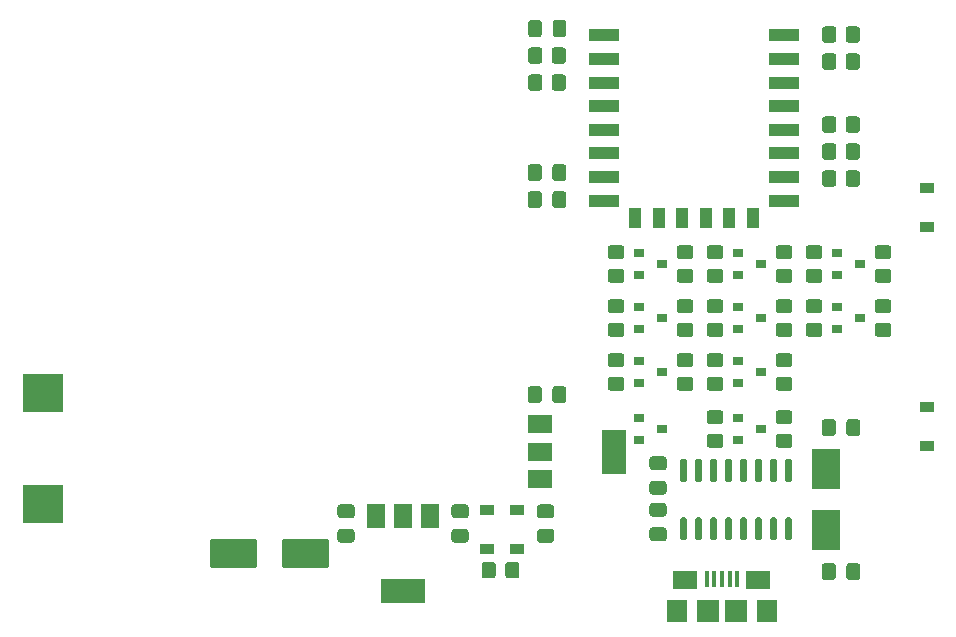
<source format=gbr>
%TF.GenerationSoftware,KiCad,Pcbnew,(5.1.9)-1*%
%TF.CreationDate,2021-09-27T19:56:37+03:00*%
%TF.ProjectId,ESP8266DevBoard,45535038-3236-4364-9465-76426f617264,1.1*%
%TF.SameCoordinates,Original*%
%TF.FileFunction,Paste,Top*%
%TF.FilePolarity,Positive*%
%FSLAX46Y46*%
G04 Gerber Fmt 4.6, Leading zero omitted, Abs format (unit mm)*
G04 Created by KiCad (PCBNEW (5.1.9)-1) date 2021-09-27 19:56:37*
%MOMM*%
%LPD*%
G01*
G04 APERTURE LIST*
%ADD10R,2.000000X1.500000*%
%ADD11R,2.000000X3.800000*%
%ADD12R,0.900000X0.800000*%
%ADD13R,2.400000X3.500000*%
%ADD14R,1.500000X2.000000*%
%ADD15R,3.800000X2.000000*%
%ADD16R,2.500000X1.000000*%
%ADD17R,1.000000X1.800000*%
%ADD18R,1.800000X1.900000*%
%ADD19R,1.900000X1.900000*%
%ADD20R,0.400000X1.350000*%
%ADD21R,2.100000X1.600000*%
%ADD22R,3.430000X3.250000*%
%ADD23R,1.200000X0.900000*%
G04 APERTURE END LIST*
D10*
%TO.C,U4*%
X156616000Y-82028000D03*
X156616000Y-86628000D03*
X156616000Y-84328000D03*
D11*
X162916000Y-84328000D03*
%TD*%
%TO.C,R26*%
G36*
G01*
X170999999Y-68853000D02*
X171900001Y-68853000D01*
G75*
G02*
X172150000Y-69102999I0J-249999D01*
G01*
X172150000Y-69803001D01*
G75*
G02*
X171900001Y-70053000I-249999J0D01*
G01*
X170999999Y-70053000D01*
G75*
G02*
X170750000Y-69803001I0J249999D01*
G01*
X170750000Y-69102999D01*
G75*
G02*
X170999999Y-68853000I249999J0D01*
G01*
G37*
G36*
G01*
X170999999Y-66853000D02*
X171900001Y-66853000D01*
G75*
G02*
X172150000Y-67102999I0J-249999D01*
G01*
X172150000Y-67803001D01*
G75*
G02*
X171900001Y-68053000I-249999J0D01*
G01*
X170999999Y-68053000D01*
G75*
G02*
X170750000Y-67803001I0J249999D01*
G01*
X170750000Y-67102999D01*
G75*
G02*
X170999999Y-66853000I249999J0D01*
G01*
G37*
%TD*%
%TO.C,R25*%
G36*
G01*
X177742001Y-68053000D02*
X176841999Y-68053000D01*
G75*
G02*
X176592000Y-67803001I0J249999D01*
G01*
X176592000Y-67102999D01*
G75*
G02*
X176841999Y-66853000I249999J0D01*
G01*
X177742001Y-66853000D01*
G75*
G02*
X177992000Y-67102999I0J-249999D01*
G01*
X177992000Y-67803001D01*
G75*
G02*
X177742001Y-68053000I-249999J0D01*
G01*
G37*
G36*
G01*
X177742001Y-70053000D02*
X176841999Y-70053000D01*
G75*
G02*
X176592000Y-69803001I0J249999D01*
G01*
X176592000Y-69102999D01*
G75*
G02*
X176841999Y-68853000I249999J0D01*
G01*
X177742001Y-68853000D01*
G75*
G02*
X177992000Y-69102999I0J-249999D01*
G01*
X177992000Y-69803001D01*
G75*
G02*
X177742001Y-70053000I-249999J0D01*
G01*
G37*
%TD*%
%TO.C,R24*%
G36*
G01*
X162617999Y-68853000D02*
X163518001Y-68853000D01*
G75*
G02*
X163768000Y-69102999I0J-249999D01*
G01*
X163768000Y-69803001D01*
G75*
G02*
X163518001Y-70053000I-249999J0D01*
G01*
X162617999Y-70053000D01*
G75*
G02*
X162368000Y-69803001I0J249999D01*
G01*
X162368000Y-69102999D01*
G75*
G02*
X162617999Y-68853000I249999J0D01*
G01*
G37*
G36*
G01*
X162617999Y-66853000D02*
X163518001Y-66853000D01*
G75*
G02*
X163768000Y-67102999I0J-249999D01*
G01*
X163768000Y-67803001D01*
G75*
G02*
X163518001Y-68053000I-249999J0D01*
G01*
X162617999Y-68053000D01*
G75*
G02*
X162368000Y-67803001I0J249999D01*
G01*
X162368000Y-67102999D01*
G75*
G02*
X162617999Y-66853000I249999J0D01*
G01*
G37*
%TD*%
%TO.C,R23*%
G36*
G01*
X169360001Y-68053000D02*
X168459999Y-68053000D01*
G75*
G02*
X168210000Y-67803001I0J249999D01*
G01*
X168210000Y-67102999D01*
G75*
G02*
X168459999Y-66853000I249999J0D01*
G01*
X169360001Y-66853000D01*
G75*
G02*
X169610000Y-67102999I0J-249999D01*
G01*
X169610000Y-67803001D01*
G75*
G02*
X169360001Y-68053000I-249999J0D01*
G01*
G37*
G36*
G01*
X169360001Y-70053000D02*
X168459999Y-70053000D01*
G75*
G02*
X168210000Y-69803001I0J249999D01*
G01*
X168210000Y-69102999D01*
G75*
G02*
X168459999Y-68853000I249999J0D01*
G01*
X169360001Y-68853000D01*
G75*
G02*
X169610000Y-69102999I0J-249999D01*
G01*
X169610000Y-69803001D01*
G75*
G02*
X169360001Y-70053000I-249999J0D01*
G01*
G37*
%TD*%
%TO.C,R22*%
G36*
G01*
X170999999Y-73425000D02*
X171900001Y-73425000D01*
G75*
G02*
X172150000Y-73674999I0J-249999D01*
G01*
X172150000Y-74375001D01*
G75*
G02*
X171900001Y-74625000I-249999J0D01*
G01*
X170999999Y-74625000D01*
G75*
G02*
X170750000Y-74375001I0J249999D01*
G01*
X170750000Y-73674999D01*
G75*
G02*
X170999999Y-73425000I249999J0D01*
G01*
G37*
G36*
G01*
X170999999Y-71425000D02*
X171900001Y-71425000D01*
G75*
G02*
X172150000Y-71674999I0J-249999D01*
G01*
X172150000Y-72375001D01*
G75*
G02*
X171900001Y-72625000I-249999J0D01*
G01*
X170999999Y-72625000D01*
G75*
G02*
X170750000Y-72375001I0J249999D01*
G01*
X170750000Y-71674999D01*
G75*
G02*
X170999999Y-71425000I249999J0D01*
G01*
G37*
%TD*%
%TO.C,R21*%
G36*
G01*
X176841999Y-73425000D02*
X177742001Y-73425000D01*
G75*
G02*
X177992000Y-73674999I0J-249999D01*
G01*
X177992000Y-74375001D01*
G75*
G02*
X177742001Y-74625000I-249999J0D01*
G01*
X176841999Y-74625000D01*
G75*
G02*
X176592000Y-74375001I0J249999D01*
G01*
X176592000Y-73674999D01*
G75*
G02*
X176841999Y-73425000I249999J0D01*
G01*
G37*
G36*
G01*
X176841999Y-71425000D02*
X177742001Y-71425000D01*
G75*
G02*
X177992000Y-71674999I0J-249999D01*
G01*
X177992000Y-72375001D01*
G75*
G02*
X177742001Y-72625000I-249999J0D01*
G01*
X176841999Y-72625000D01*
G75*
G02*
X176592000Y-72375001I0J249999D01*
G01*
X176592000Y-71674999D01*
G75*
G02*
X176841999Y-71425000I249999J0D01*
G01*
G37*
%TD*%
%TO.C,R20*%
G36*
G01*
X179381999Y-73425000D02*
X180282001Y-73425000D01*
G75*
G02*
X180532000Y-73674999I0J-249999D01*
G01*
X180532000Y-74375001D01*
G75*
G02*
X180282001Y-74625000I-249999J0D01*
G01*
X179381999Y-74625000D01*
G75*
G02*
X179132000Y-74375001I0J249999D01*
G01*
X179132000Y-73674999D01*
G75*
G02*
X179381999Y-73425000I249999J0D01*
G01*
G37*
G36*
G01*
X179381999Y-71425000D02*
X180282001Y-71425000D01*
G75*
G02*
X180532000Y-71674999I0J-249999D01*
G01*
X180532000Y-72375001D01*
G75*
G02*
X180282001Y-72625000I-249999J0D01*
G01*
X179381999Y-72625000D01*
G75*
G02*
X179132000Y-72375001I0J249999D01*
G01*
X179132000Y-71674999D01*
G75*
G02*
X179381999Y-71425000I249999J0D01*
G01*
G37*
%TD*%
%TO.C,R19*%
G36*
G01*
X185223999Y-73425000D02*
X186124001Y-73425000D01*
G75*
G02*
X186374000Y-73674999I0J-249999D01*
G01*
X186374000Y-74375001D01*
G75*
G02*
X186124001Y-74625000I-249999J0D01*
G01*
X185223999Y-74625000D01*
G75*
G02*
X184974000Y-74375001I0J249999D01*
G01*
X184974000Y-73674999D01*
G75*
G02*
X185223999Y-73425000I249999J0D01*
G01*
G37*
G36*
G01*
X185223999Y-71425000D02*
X186124001Y-71425000D01*
G75*
G02*
X186374000Y-71674999I0J-249999D01*
G01*
X186374000Y-72375001D01*
G75*
G02*
X186124001Y-72625000I-249999J0D01*
G01*
X185223999Y-72625000D01*
G75*
G02*
X184974000Y-72375001I0J249999D01*
G01*
X184974000Y-71674999D01*
G75*
G02*
X185223999Y-71425000I249999J0D01*
G01*
G37*
%TD*%
D12*
%TO.C,Q10*%
X175371000Y-68453000D03*
X173371000Y-69403000D03*
X173371000Y-67503000D03*
%TD*%
%TO.C,Q9*%
X166989000Y-68453000D03*
X164989000Y-69403000D03*
X164989000Y-67503000D03*
%TD*%
%TO.C,Q8*%
X175371000Y-73025000D03*
X173371000Y-73975000D03*
X173371000Y-72075000D03*
%TD*%
%TO.C,Q7*%
X183753000Y-73025000D03*
X181753000Y-73975000D03*
X181753000Y-72075000D03*
%TD*%
D13*
%TO.C,Y1*%
X180848000Y-90992000D03*
X180848000Y-85792000D03*
%TD*%
D14*
%TO.C,U3*%
X147334000Y-89814000D03*
X142734000Y-89814000D03*
X145034000Y-89814000D03*
D15*
X145034000Y-96114000D03*
%TD*%
%TO.C,U2*%
G36*
G01*
X168933000Y-86892000D02*
X168633000Y-86892000D01*
G75*
G02*
X168483000Y-86742000I0J150000D01*
G01*
X168483000Y-85092000D01*
G75*
G02*
X168633000Y-84942000I150000J0D01*
G01*
X168933000Y-84942000D01*
G75*
G02*
X169083000Y-85092000I0J-150000D01*
G01*
X169083000Y-86742000D01*
G75*
G02*
X168933000Y-86892000I-150000J0D01*
G01*
G37*
G36*
G01*
X170203000Y-86892000D02*
X169903000Y-86892000D01*
G75*
G02*
X169753000Y-86742000I0J150000D01*
G01*
X169753000Y-85092000D01*
G75*
G02*
X169903000Y-84942000I150000J0D01*
G01*
X170203000Y-84942000D01*
G75*
G02*
X170353000Y-85092000I0J-150000D01*
G01*
X170353000Y-86742000D01*
G75*
G02*
X170203000Y-86892000I-150000J0D01*
G01*
G37*
G36*
G01*
X171473000Y-86892000D02*
X171173000Y-86892000D01*
G75*
G02*
X171023000Y-86742000I0J150000D01*
G01*
X171023000Y-85092000D01*
G75*
G02*
X171173000Y-84942000I150000J0D01*
G01*
X171473000Y-84942000D01*
G75*
G02*
X171623000Y-85092000I0J-150000D01*
G01*
X171623000Y-86742000D01*
G75*
G02*
X171473000Y-86892000I-150000J0D01*
G01*
G37*
G36*
G01*
X172743000Y-86892000D02*
X172443000Y-86892000D01*
G75*
G02*
X172293000Y-86742000I0J150000D01*
G01*
X172293000Y-85092000D01*
G75*
G02*
X172443000Y-84942000I150000J0D01*
G01*
X172743000Y-84942000D01*
G75*
G02*
X172893000Y-85092000I0J-150000D01*
G01*
X172893000Y-86742000D01*
G75*
G02*
X172743000Y-86892000I-150000J0D01*
G01*
G37*
G36*
G01*
X174013000Y-86892000D02*
X173713000Y-86892000D01*
G75*
G02*
X173563000Y-86742000I0J150000D01*
G01*
X173563000Y-85092000D01*
G75*
G02*
X173713000Y-84942000I150000J0D01*
G01*
X174013000Y-84942000D01*
G75*
G02*
X174163000Y-85092000I0J-150000D01*
G01*
X174163000Y-86742000D01*
G75*
G02*
X174013000Y-86892000I-150000J0D01*
G01*
G37*
G36*
G01*
X175283000Y-86892000D02*
X174983000Y-86892000D01*
G75*
G02*
X174833000Y-86742000I0J150000D01*
G01*
X174833000Y-85092000D01*
G75*
G02*
X174983000Y-84942000I150000J0D01*
G01*
X175283000Y-84942000D01*
G75*
G02*
X175433000Y-85092000I0J-150000D01*
G01*
X175433000Y-86742000D01*
G75*
G02*
X175283000Y-86892000I-150000J0D01*
G01*
G37*
G36*
G01*
X176553000Y-86892000D02*
X176253000Y-86892000D01*
G75*
G02*
X176103000Y-86742000I0J150000D01*
G01*
X176103000Y-85092000D01*
G75*
G02*
X176253000Y-84942000I150000J0D01*
G01*
X176553000Y-84942000D01*
G75*
G02*
X176703000Y-85092000I0J-150000D01*
G01*
X176703000Y-86742000D01*
G75*
G02*
X176553000Y-86892000I-150000J0D01*
G01*
G37*
G36*
G01*
X177823000Y-86892000D02*
X177523000Y-86892000D01*
G75*
G02*
X177373000Y-86742000I0J150000D01*
G01*
X177373000Y-85092000D01*
G75*
G02*
X177523000Y-84942000I150000J0D01*
G01*
X177823000Y-84942000D01*
G75*
G02*
X177973000Y-85092000I0J-150000D01*
G01*
X177973000Y-86742000D01*
G75*
G02*
X177823000Y-86892000I-150000J0D01*
G01*
G37*
G36*
G01*
X177823000Y-91842000D02*
X177523000Y-91842000D01*
G75*
G02*
X177373000Y-91692000I0J150000D01*
G01*
X177373000Y-90042000D01*
G75*
G02*
X177523000Y-89892000I150000J0D01*
G01*
X177823000Y-89892000D01*
G75*
G02*
X177973000Y-90042000I0J-150000D01*
G01*
X177973000Y-91692000D01*
G75*
G02*
X177823000Y-91842000I-150000J0D01*
G01*
G37*
G36*
G01*
X176553000Y-91842000D02*
X176253000Y-91842000D01*
G75*
G02*
X176103000Y-91692000I0J150000D01*
G01*
X176103000Y-90042000D01*
G75*
G02*
X176253000Y-89892000I150000J0D01*
G01*
X176553000Y-89892000D01*
G75*
G02*
X176703000Y-90042000I0J-150000D01*
G01*
X176703000Y-91692000D01*
G75*
G02*
X176553000Y-91842000I-150000J0D01*
G01*
G37*
G36*
G01*
X175283000Y-91842000D02*
X174983000Y-91842000D01*
G75*
G02*
X174833000Y-91692000I0J150000D01*
G01*
X174833000Y-90042000D01*
G75*
G02*
X174983000Y-89892000I150000J0D01*
G01*
X175283000Y-89892000D01*
G75*
G02*
X175433000Y-90042000I0J-150000D01*
G01*
X175433000Y-91692000D01*
G75*
G02*
X175283000Y-91842000I-150000J0D01*
G01*
G37*
G36*
G01*
X174013000Y-91842000D02*
X173713000Y-91842000D01*
G75*
G02*
X173563000Y-91692000I0J150000D01*
G01*
X173563000Y-90042000D01*
G75*
G02*
X173713000Y-89892000I150000J0D01*
G01*
X174013000Y-89892000D01*
G75*
G02*
X174163000Y-90042000I0J-150000D01*
G01*
X174163000Y-91692000D01*
G75*
G02*
X174013000Y-91842000I-150000J0D01*
G01*
G37*
G36*
G01*
X172743000Y-91842000D02*
X172443000Y-91842000D01*
G75*
G02*
X172293000Y-91692000I0J150000D01*
G01*
X172293000Y-90042000D01*
G75*
G02*
X172443000Y-89892000I150000J0D01*
G01*
X172743000Y-89892000D01*
G75*
G02*
X172893000Y-90042000I0J-150000D01*
G01*
X172893000Y-91692000D01*
G75*
G02*
X172743000Y-91842000I-150000J0D01*
G01*
G37*
G36*
G01*
X171473000Y-91842000D02*
X171173000Y-91842000D01*
G75*
G02*
X171023000Y-91692000I0J150000D01*
G01*
X171023000Y-90042000D01*
G75*
G02*
X171173000Y-89892000I150000J0D01*
G01*
X171473000Y-89892000D01*
G75*
G02*
X171623000Y-90042000I0J-150000D01*
G01*
X171623000Y-91692000D01*
G75*
G02*
X171473000Y-91842000I-150000J0D01*
G01*
G37*
G36*
G01*
X170203000Y-91842000D02*
X169903000Y-91842000D01*
G75*
G02*
X169753000Y-91692000I0J150000D01*
G01*
X169753000Y-90042000D01*
G75*
G02*
X169903000Y-89892000I150000J0D01*
G01*
X170203000Y-89892000D01*
G75*
G02*
X170353000Y-90042000I0J-150000D01*
G01*
X170353000Y-91692000D01*
G75*
G02*
X170203000Y-91842000I-150000J0D01*
G01*
G37*
G36*
G01*
X168933000Y-91842000D02*
X168633000Y-91842000D01*
G75*
G02*
X168483000Y-91692000I0J150000D01*
G01*
X168483000Y-90042000D01*
G75*
G02*
X168633000Y-89892000I150000J0D01*
G01*
X168933000Y-89892000D01*
G75*
G02*
X169083000Y-90042000I0J-150000D01*
G01*
X169083000Y-91692000D01*
G75*
G02*
X168933000Y-91842000I-150000J0D01*
G01*
G37*
%TD*%
D16*
%TO.C,U1*%
X177272000Y-49078000D03*
X177272000Y-51078000D03*
X177272000Y-53078000D03*
X177272000Y-55078000D03*
X177272000Y-57078000D03*
X177272000Y-59078000D03*
X177272000Y-61078000D03*
X177272000Y-63078000D03*
D17*
X174672000Y-64578000D03*
X172672000Y-64578000D03*
X170672000Y-64578000D03*
X168672000Y-64578000D03*
X166672000Y-64578000D03*
X164672000Y-64578000D03*
D16*
X162072000Y-63078000D03*
X162072000Y-61078000D03*
X162072000Y-59078000D03*
X162072000Y-57078000D03*
X162072000Y-55078000D03*
X162072000Y-53078000D03*
X162072000Y-51078000D03*
X162072000Y-49078000D03*
%TD*%
%TO.C,R18*%
G36*
G01*
X179381999Y-68853000D02*
X180282001Y-68853000D01*
G75*
G02*
X180532000Y-69102999I0J-249999D01*
G01*
X180532000Y-69803001D01*
G75*
G02*
X180282001Y-70053000I-249999J0D01*
G01*
X179381999Y-70053000D01*
G75*
G02*
X179132000Y-69803001I0J249999D01*
G01*
X179132000Y-69102999D01*
G75*
G02*
X179381999Y-68853000I249999J0D01*
G01*
G37*
G36*
G01*
X179381999Y-66853000D02*
X180282001Y-66853000D01*
G75*
G02*
X180532000Y-67102999I0J-249999D01*
G01*
X180532000Y-67803001D01*
G75*
G02*
X180282001Y-68053000I-249999J0D01*
G01*
X179381999Y-68053000D01*
G75*
G02*
X179132000Y-67803001I0J249999D01*
G01*
X179132000Y-67102999D01*
G75*
G02*
X179381999Y-66853000I249999J0D01*
G01*
G37*
%TD*%
%TO.C,R17*%
G36*
G01*
X186124001Y-68053000D02*
X185223999Y-68053000D01*
G75*
G02*
X184974000Y-67803001I0J249999D01*
G01*
X184974000Y-67102999D01*
G75*
G02*
X185223999Y-66853000I249999J0D01*
G01*
X186124001Y-66853000D01*
G75*
G02*
X186374000Y-67102999I0J-249999D01*
G01*
X186374000Y-67803001D01*
G75*
G02*
X186124001Y-68053000I-249999J0D01*
G01*
G37*
G36*
G01*
X186124001Y-70053000D02*
X185223999Y-70053000D01*
G75*
G02*
X184974000Y-69803001I0J249999D01*
G01*
X184974000Y-69102999D01*
G75*
G02*
X185223999Y-68853000I249999J0D01*
G01*
X186124001Y-68853000D01*
G75*
G02*
X186374000Y-69102999I0J-249999D01*
G01*
X186374000Y-69803001D01*
G75*
G02*
X186124001Y-70053000I-249999J0D01*
G01*
G37*
%TD*%
%TO.C,R16*%
G36*
G01*
X162617999Y-73425000D02*
X163518001Y-73425000D01*
G75*
G02*
X163768000Y-73674999I0J-249999D01*
G01*
X163768000Y-74375001D01*
G75*
G02*
X163518001Y-74625000I-249999J0D01*
G01*
X162617999Y-74625000D01*
G75*
G02*
X162368000Y-74375001I0J249999D01*
G01*
X162368000Y-73674999D01*
G75*
G02*
X162617999Y-73425000I249999J0D01*
G01*
G37*
G36*
G01*
X162617999Y-71425000D02*
X163518001Y-71425000D01*
G75*
G02*
X163768000Y-71674999I0J-249999D01*
G01*
X163768000Y-72375001D01*
G75*
G02*
X163518001Y-72625000I-249999J0D01*
G01*
X162617999Y-72625000D01*
G75*
G02*
X162368000Y-72375001I0J249999D01*
G01*
X162368000Y-71674999D01*
G75*
G02*
X162617999Y-71425000I249999J0D01*
G01*
G37*
%TD*%
%TO.C,R15*%
G36*
G01*
X168459999Y-73425000D02*
X169360001Y-73425000D01*
G75*
G02*
X169610000Y-73674999I0J-249999D01*
G01*
X169610000Y-74375001D01*
G75*
G02*
X169360001Y-74625000I-249999J0D01*
G01*
X168459999Y-74625000D01*
G75*
G02*
X168210000Y-74375001I0J249999D01*
G01*
X168210000Y-73674999D01*
G75*
G02*
X168459999Y-73425000I249999J0D01*
G01*
G37*
G36*
G01*
X168459999Y-71425000D02*
X169360001Y-71425000D01*
G75*
G02*
X169610000Y-71674999I0J-249999D01*
G01*
X169610000Y-72375001D01*
G75*
G02*
X169360001Y-72625000I-249999J0D01*
G01*
X168459999Y-72625000D01*
G75*
G02*
X168210000Y-72375001I0J249999D01*
G01*
X168210000Y-71674999D01*
G75*
G02*
X168459999Y-71425000I249999J0D01*
G01*
G37*
%TD*%
%TO.C,R14*%
G36*
G01*
X153689000Y-94811001D02*
X153689000Y-93910999D01*
G75*
G02*
X153938999Y-93661000I249999J0D01*
G01*
X154639001Y-93661000D01*
G75*
G02*
X154889000Y-93910999I0J-249999D01*
G01*
X154889000Y-94811001D01*
G75*
G02*
X154639001Y-95061000I-249999J0D01*
G01*
X153938999Y-95061000D01*
G75*
G02*
X153689000Y-94811001I0J249999D01*
G01*
G37*
G36*
G01*
X151689000Y-94811001D02*
X151689000Y-93910999D01*
G75*
G02*
X151938999Y-93661000I249999J0D01*
G01*
X152639001Y-93661000D01*
G75*
G02*
X152889000Y-93910999I0J-249999D01*
G01*
X152889000Y-94811001D01*
G75*
G02*
X152639001Y-95061000I-249999J0D01*
G01*
X151938999Y-95061000D01*
G75*
G02*
X151689000Y-94811001I0J249999D01*
G01*
G37*
%TD*%
%TO.C,R13*%
G36*
G01*
X170999999Y-77997000D02*
X171900001Y-77997000D01*
G75*
G02*
X172150000Y-78246999I0J-249999D01*
G01*
X172150000Y-78947001D01*
G75*
G02*
X171900001Y-79197000I-249999J0D01*
G01*
X170999999Y-79197000D01*
G75*
G02*
X170750000Y-78947001I0J249999D01*
G01*
X170750000Y-78246999D01*
G75*
G02*
X170999999Y-77997000I249999J0D01*
G01*
G37*
G36*
G01*
X170999999Y-75997000D02*
X171900001Y-75997000D01*
G75*
G02*
X172150000Y-76246999I0J-249999D01*
G01*
X172150000Y-76947001D01*
G75*
G02*
X171900001Y-77197000I-249999J0D01*
G01*
X170999999Y-77197000D01*
G75*
G02*
X170750000Y-76947001I0J249999D01*
G01*
X170750000Y-76246999D01*
G75*
G02*
X170999999Y-75997000I249999J0D01*
G01*
G37*
%TD*%
%TO.C,R12*%
G36*
G01*
X176841999Y-77997000D02*
X177742001Y-77997000D01*
G75*
G02*
X177992000Y-78246999I0J-249999D01*
G01*
X177992000Y-78947001D01*
G75*
G02*
X177742001Y-79197000I-249999J0D01*
G01*
X176841999Y-79197000D01*
G75*
G02*
X176592000Y-78947001I0J249999D01*
G01*
X176592000Y-78246999D01*
G75*
G02*
X176841999Y-77997000I249999J0D01*
G01*
G37*
G36*
G01*
X176841999Y-75997000D02*
X177742001Y-75997000D01*
G75*
G02*
X177992000Y-76246999I0J-249999D01*
G01*
X177992000Y-76947001D01*
G75*
G02*
X177742001Y-77197000I-249999J0D01*
G01*
X176841999Y-77197000D01*
G75*
G02*
X176592000Y-76947001I0J249999D01*
G01*
X176592000Y-76246999D01*
G75*
G02*
X176841999Y-75997000I249999J0D01*
G01*
G37*
%TD*%
%TO.C,R11*%
G36*
G01*
X162617999Y-77997000D02*
X163518001Y-77997000D01*
G75*
G02*
X163768000Y-78246999I0J-249999D01*
G01*
X163768000Y-78947001D01*
G75*
G02*
X163518001Y-79197000I-249999J0D01*
G01*
X162617999Y-79197000D01*
G75*
G02*
X162368000Y-78947001I0J249999D01*
G01*
X162368000Y-78246999D01*
G75*
G02*
X162617999Y-77997000I249999J0D01*
G01*
G37*
G36*
G01*
X162617999Y-75997000D02*
X163518001Y-75997000D01*
G75*
G02*
X163768000Y-76246999I0J-249999D01*
G01*
X163768000Y-76947001D01*
G75*
G02*
X163518001Y-77197000I-249999J0D01*
G01*
X162617999Y-77197000D01*
G75*
G02*
X162368000Y-76947001I0J249999D01*
G01*
X162368000Y-76246999D01*
G75*
G02*
X162617999Y-75997000I249999J0D01*
G01*
G37*
%TD*%
%TO.C,R10*%
G36*
G01*
X168459999Y-77997000D02*
X169360001Y-77997000D01*
G75*
G02*
X169610000Y-78246999I0J-249999D01*
G01*
X169610000Y-78947001D01*
G75*
G02*
X169360001Y-79197000I-249999J0D01*
G01*
X168459999Y-79197000D01*
G75*
G02*
X168210000Y-78947001I0J249999D01*
G01*
X168210000Y-78246999D01*
G75*
G02*
X168459999Y-77997000I249999J0D01*
G01*
G37*
G36*
G01*
X168459999Y-75997000D02*
X169360001Y-75997000D01*
G75*
G02*
X169610000Y-76246999I0J-249999D01*
G01*
X169610000Y-76947001D01*
G75*
G02*
X169360001Y-77197000I-249999J0D01*
G01*
X168459999Y-77197000D01*
G75*
G02*
X168210000Y-76947001I0J249999D01*
G01*
X168210000Y-76246999D01*
G75*
G02*
X168459999Y-75997000I249999J0D01*
G01*
G37*
%TD*%
%TO.C,R9*%
G36*
G01*
X181718000Y-48571999D02*
X181718000Y-49472001D01*
G75*
G02*
X181468001Y-49722000I-249999J0D01*
G01*
X180767999Y-49722000D01*
G75*
G02*
X180518000Y-49472001I0J249999D01*
G01*
X180518000Y-48571999D01*
G75*
G02*
X180767999Y-48322000I249999J0D01*
G01*
X181468001Y-48322000D01*
G75*
G02*
X181718000Y-48571999I0J-249999D01*
G01*
G37*
G36*
G01*
X183718000Y-48571999D02*
X183718000Y-49472001D01*
G75*
G02*
X183468001Y-49722000I-249999J0D01*
G01*
X182767999Y-49722000D01*
G75*
G02*
X182518000Y-49472001I0J249999D01*
G01*
X182518000Y-48571999D01*
G75*
G02*
X182767999Y-48322000I249999J0D01*
G01*
X183468001Y-48322000D01*
G75*
G02*
X183718000Y-48571999I0J-249999D01*
G01*
G37*
%TD*%
%TO.C,R8*%
G36*
G01*
X181718000Y-50857999D02*
X181718000Y-51758001D01*
G75*
G02*
X181468001Y-52008000I-249999J0D01*
G01*
X180767999Y-52008000D01*
G75*
G02*
X180518000Y-51758001I0J249999D01*
G01*
X180518000Y-50857999D01*
G75*
G02*
X180767999Y-50608000I249999J0D01*
G01*
X181468001Y-50608000D01*
G75*
G02*
X181718000Y-50857999I0J-249999D01*
G01*
G37*
G36*
G01*
X183718000Y-50857999D02*
X183718000Y-51758001D01*
G75*
G02*
X183468001Y-52008000I-249999J0D01*
G01*
X182767999Y-52008000D01*
G75*
G02*
X182518000Y-51758001I0J249999D01*
G01*
X182518000Y-50857999D01*
G75*
G02*
X182767999Y-50608000I249999J0D01*
G01*
X183468001Y-50608000D01*
G75*
G02*
X183718000Y-50857999I0J-249999D01*
G01*
G37*
%TD*%
%TO.C,R7*%
G36*
G01*
X181718000Y-60763999D02*
X181718000Y-61664001D01*
G75*
G02*
X181468001Y-61914000I-249999J0D01*
G01*
X180767999Y-61914000D01*
G75*
G02*
X180518000Y-61664001I0J249999D01*
G01*
X180518000Y-60763999D01*
G75*
G02*
X180767999Y-60514000I249999J0D01*
G01*
X181468001Y-60514000D01*
G75*
G02*
X181718000Y-60763999I0J-249999D01*
G01*
G37*
G36*
G01*
X183718000Y-60763999D02*
X183718000Y-61664001D01*
G75*
G02*
X183468001Y-61914000I-249999J0D01*
G01*
X182767999Y-61914000D01*
G75*
G02*
X182518000Y-61664001I0J249999D01*
G01*
X182518000Y-60763999D01*
G75*
G02*
X182767999Y-60514000I249999J0D01*
G01*
X183468001Y-60514000D01*
G75*
G02*
X183718000Y-60763999I0J-249999D01*
G01*
G37*
%TD*%
%TO.C,R6*%
G36*
G01*
X171900001Y-82023000D02*
X170999999Y-82023000D01*
G75*
G02*
X170750000Y-81773001I0J249999D01*
G01*
X170750000Y-81072999D01*
G75*
G02*
X170999999Y-80823000I249999J0D01*
G01*
X171900001Y-80823000D01*
G75*
G02*
X172150000Y-81072999I0J-249999D01*
G01*
X172150000Y-81773001D01*
G75*
G02*
X171900001Y-82023000I-249999J0D01*
G01*
G37*
G36*
G01*
X171900001Y-84023000D02*
X170999999Y-84023000D01*
G75*
G02*
X170750000Y-83773001I0J249999D01*
G01*
X170750000Y-83072999D01*
G75*
G02*
X170999999Y-82823000I249999J0D01*
G01*
X171900001Y-82823000D01*
G75*
G02*
X172150000Y-83072999I0J-249999D01*
G01*
X172150000Y-83773001D01*
G75*
G02*
X171900001Y-84023000I-249999J0D01*
G01*
G37*
%TD*%
%TO.C,R5*%
G36*
G01*
X181718000Y-58477999D02*
X181718000Y-59378001D01*
G75*
G02*
X181468001Y-59628000I-249999J0D01*
G01*
X180767999Y-59628000D01*
G75*
G02*
X180518000Y-59378001I0J249999D01*
G01*
X180518000Y-58477999D01*
G75*
G02*
X180767999Y-58228000I249999J0D01*
G01*
X181468001Y-58228000D01*
G75*
G02*
X181718000Y-58477999I0J-249999D01*
G01*
G37*
G36*
G01*
X183718000Y-58477999D02*
X183718000Y-59378001D01*
G75*
G02*
X183468001Y-59628000I-249999J0D01*
G01*
X182767999Y-59628000D01*
G75*
G02*
X182518000Y-59378001I0J249999D01*
G01*
X182518000Y-58477999D01*
G75*
G02*
X182767999Y-58228000I249999J0D01*
G01*
X183468001Y-58228000D01*
G75*
G02*
X183718000Y-58477999I0J-249999D01*
G01*
G37*
%TD*%
%TO.C,R4*%
G36*
G01*
X181718000Y-56191999D02*
X181718000Y-57092001D01*
G75*
G02*
X181468001Y-57342000I-249999J0D01*
G01*
X180767999Y-57342000D01*
G75*
G02*
X180518000Y-57092001I0J249999D01*
G01*
X180518000Y-56191999D01*
G75*
G02*
X180767999Y-55942000I249999J0D01*
G01*
X181468001Y-55942000D01*
G75*
G02*
X181718000Y-56191999I0J-249999D01*
G01*
G37*
G36*
G01*
X183718000Y-56191999D02*
X183718000Y-57092001D01*
G75*
G02*
X183468001Y-57342000I-249999J0D01*
G01*
X182767999Y-57342000D01*
G75*
G02*
X182518000Y-57092001I0J249999D01*
G01*
X182518000Y-56191999D01*
G75*
G02*
X182767999Y-55942000I249999J0D01*
G01*
X183468001Y-55942000D01*
G75*
G02*
X183718000Y-56191999I0J-249999D01*
G01*
G37*
%TD*%
%TO.C,R3*%
G36*
G01*
X157626000Y-51250001D02*
X157626000Y-50349999D01*
G75*
G02*
X157875999Y-50100000I249999J0D01*
G01*
X158576001Y-50100000D01*
G75*
G02*
X158826000Y-50349999I0J-249999D01*
G01*
X158826000Y-51250001D01*
G75*
G02*
X158576001Y-51500000I-249999J0D01*
G01*
X157875999Y-51500000D01*
G75*
G02*
X157626000Y-51250001I0J249999D01*
G01*
G37*
G36*
G01*
X155626000Y-51250001D02*
X155626000Y-50349999D01*
G75*
G02*
X155875999Y-50100000I249999J0D01*
G01*
X156576001Y-50100000D01*
G75*
G02*
X156826000Y-50349999I0J-249999D01*
G01*
X156826000Y-51250001D01*
G75*
G02*
X156576001Y-51500000I-249999J0D01*
G01*
X155875999Y-51500000D01*
G75*
G02*
X155626000Y-51250001I0J249999D01*
G01*
G37*
%TD*%
%TO.C,R2*%
G36*
G01*
X177742001Y-82023000D02*
X176841999Y-82023000D01*
G75*
G02*
X176592000Y-81773001I0J249999D01*
G01*
X176592000Y-81072999D01*
G75*
G02*
X176841999Y-80823000I249999J0D01*
G01*
X177742001Y-80823000D01*
G75*
G02*
X177992000Y-81072999I0J-249999D01*
G01*
X177992000Y-81773001D01*
G75*
G02*
X177742001Y-82023000I-249999J0D01*
G01*
G37*
G36*
G01*
X177742001Y-84023000D02*
X176841999Y-84023000D01*
G75*
G02*
X176592000Y-83773001I0J249999D01*
G01*
X176592000Y-83072999D01*
G75*
G02*
X176841999Y-82823000I249999J0D01*
G01*
X177742001Y-82823000D01*
G75*
G02*
X177992000Y-83072999I0J-249999D01*
G01*
X177992000Y-83773001D01*
G75*
G02*
X177742001Y-84023000I-249999J0D01*
G01*
G37*
%TD*%
%TO.C,R1*%
G36*
G01*
X157626000Y-53536001D02*
X157626000Y-52635999D01*
G75*
G02*
X157875999Y-52386000I249999J0D01*
G01*
X158576001Y-52386000D01*
G75*
G02*
X158826000Y-52635999I0J-249999D01*
G01*
X158826000Y-53536001D01*
G75*
G02*
X158576001Y-53786000I-249999J0D01*
G01*
X157875999Y-53786000D01*
G75*
G02*
X157626000Y-53536001I0J249999D01*
G01*
G37*
G36*
G01*
X155626000Y-53536001D02*
X155626000Y-52635999D01*
G75*
G02*
X155875999Y-52386000I249999J0D01*
G01*
X156576001Y-52386000D01*
G75*
G02*
X156826000Y-52635999I0J-249999D01*
G01*
X156826000Y-53536001D01*
G75*
G02*
X156576001Y-53786000I-249999J0D01*
G01*
X155875999Y-53786000D01*
G75*
G02*
X155626000Y-53536001I0J249999D01*
G01*
G37*
%TD*%
D12*
%TO.C,Q6*%
X183753000Y-68453000D03*
X181753000Y-69403000D03*
X181753000Y-67503000D03*
%TD*%
%TO.C,Q5*%
X166989000Y-73025000D03*
X164989000Y-73975000D03*
X164989000Y-72075000D03*
%TD*%
%TO.C,Q4*%
X175371000Y-77597000D03*
X173371000Y-78547000D03*
X173371000Y-76647000D03*
%TD*%
%TO.C,Q3*%
X166989000Y-77597000D03*
X164989000Y-78547000D03*
X164989000Y-76647000D03*
%TD*%
%TO.C,Q2*%
X175371000Y-82423000D03*
X173371000Y-83373000D03*
X173371000Y-81473000D03*
%TD*%
%TO.C,Q1*%
X166989000Y-82423000D03*
X164989000Y-83373000D03*
X164989000Y-81473000D03*
%TD*%
D18*
%TO.C,J1*%
X168228000Y-97790000D03*
X175828000Y-97790000D03*
D19*
X170828000Y-97790000D03*
X173228000Y-97790000D03*
D20*
X170728000Y-95115000D03*
X171378000Y-95115000D03*
X172028000Y-95115000D03*
X172678000Y-95115000D03*
X173328000Y-95115000D03*
D21*
X168928000Y-95240000D03*
X175128000Y-95240000D03*
%TD*%
D22*
%TO.C,F1*%
X114554000Y-88749000D03*
X114554000Y-79399000D03*
%TD*%
D23*
%TO.C,D5*%
X152146000Y-92582000D03*
X152146000Y-89282000D03*
%TD*%
%TO.C,D4*%
X189357000Y-61977000D03*
X189357000Y-65277000D03*
%TD*%
%TO.C,D2*%
X189357000Y-80519000D03*
X189357000Y-83819000D03*
%TD*%
%TO.C,D1*%
X154686000Y-92582000D03*
X154686000Y-89282000D03*
%TD*%
%TO.C,C13*%
G36*
G01*
X156776000Y-79027000D02*
X156776000Y-79977000D01*
G75*
G02*
X156526000Y-80227000I-250000J0D01*
G01*
X155851000Y-80227000D01*
G75*
G02*
X155601000Y-79977000I0J250000D01*
G01*
X155601000Y-79027000D01*
G75*
G02*
X155851000Y-78777000I250000J0D01*
G01*
X156526000Y-78777000D01*
G75*
G02*
X156776000Y-79027000I0J-250000D01*
G01*
G37*
G36*
G01*
X158851000Y-79027000D02*
X158851000Y-79977000D01*
G75*
G02*
X158601000Y-80227000I-250000J0D01*
G01*
X157926000Y-80227000D01*
G75*
G02*
X157676000Y-79977000I0J250000D01*
G01*
X157676000Y-79027000D01*
G75*
G02*
X157926000Y-78777000I250000J0D01*
G01*
X158601000Y-78777000D01*
G75*
G02*
X158851000Y-79027000I0J-250000D01*
G01*
G37*
%TD*%
%TO.C,C12*%
G36*
G01*
X156624000Y-90874000D02*
X157574000Y-90874000D01*
G75*
G02*
X157824000Y-91124000I0J-250000D01*
G01*
X157824000Y-91799000D01*
G75*
G02*
X157574000Y-92049000I-250000J0D01*
G01*
X156624000Y-92049000D01*
G75*
G02*
X156374000Y-91799000I0J250000D01*
G01*
X156374000Y-91124000D01*
G75*
G02*
X156624000Y-90874000I250000J0D01*
G01*
G37*
G36*
G01*
X156624000Y-88799000D02*
X157574000Y-88799000D01*
G75*
G02*
X157824000Y-89049000I0J-250000D01*
G01*
X157824000Y-89724000D01*
G75*
G02*
X157574000Y-89974000I-250000J0D01*
G01*
X156624000Y-89974000D01*
G75*
G02*
X156374000Y-89724000I0J250000D01*
G01*
X156374000Y-89049000D01*
G75*
G02*
X156624000Y-88799000I250000J0D01*
G01*
G37*
%TD*%
%TO.C,C11*%
G36*
G01*
X150335000Y-89974000D02*
X149385000Y-89974000D01*
G75*
G02*
X149135000Y-89724000I0J250000D01*
G01*
X149135000Y-89049000D01*
G75*
G02*
X149385000Y-88799000I250000J0D01*
G01*
X150335000Y-88799000D01*
G75*
G02*
X150585000Y-89049000I0J-250000D01*
G01*
X150585000Y-89724000D01*
G75*
G02*
X150335000Y-89974000I-250000J0D01*
G01*
G37*
G36*
G01*
X150335000Y-92049000D02*
X149385000Y-92049000D01*
G75*
G02*
X149135000Y-91799000I0J250000D01*
G01*
X149135000Y-91124000D01*
G75*
G02*
X149385000Y-90874000I250000J0D01*
G01*
X150335000Y-90874000D01*
G75*
G02*
X150585000Y-91124000I0J-250000D01*
G01*
X150585000Y-91799000D01*
G75*
G02*
X150335000Y-92049000I-250000J0D01*
G01*
G37*
%TD*%
%TO.C,C10*%
G36*
G01*
X139733000Y-90874000D02*
X140683000Y-90874000D01*
G75*
G02*
X140933000Y-91124000I0J-250000D01*
G01*
X140933000Y-91799000D01*
G75*
G02*
X140683000Y-92049000I-250000J0D01*
G01*
X139733000Y-92049000D01*
G75*
G02*
X139483000Y-91799000I0J250000D01*
G01*
X139483000Y-91124000D01*
G75*
G02*
X139733000Y-90874000I250000J0D01*
G01*
G37*
G36*
G01*
X139733000Y-88799000D02*
X140683000Y-88799000D01*
G75*
G02*
X140933000Y-89049000I0J-250000D01*
G01*
X140933000Y-89724000D01*
G75*
G02*
X140683000Y-89974000I-250000J0D01*
G01*
X139733000Y-89974000D01*
G75*
G02*
X139483000Y-89724000I0J250000D01*
G01*
X139483000Y-89049000D01*
G75*
G02*
X139733000Y-88799000I250000J0D01*
G01*
G37*
%TD*%
%TO.C,C9*%
G36*
G01*
X132681000Y-91964000D02*
X132681000Y-93964000D01*
G75*
G02*
X132431000Y-94214000I-250000J0D01*
G01*
X128931000Y-94214000D01*
G75*
G02*
X128681000Y-93964000I0J250000D01*
G01*
X128681000Y-91964000D01*
G75*
G02*
X128931000Y-91714000I250000J0D01*
G01*
X132431000Y-91714000D01*
G75*
G02*
X132681000Y-91964000I0J-250000D01*
G01*
G37*
G36*
G01*
X138781000Y-91964000D02*
X138781000Y-93964000D01*
G75*
G02*
X138531000Y-94214000I-250000J0D01*
G01*
X135031000Y-94214000D01*
G75*
G02*
X134781000Y-93964000I0J250000D01*
G01*
X134781000Y-91964000D01*
G75*
G02*
X135031000Y-91714000I250000J0D01*
G01*
X138531000Y-91714000D01*
G75*
G02*
X138781000Y-91964000I0J-250000D01*
G01*
G37*
%TD*%
%TO.C,C7*%
G36*
G01*
X182568000Y-94963000D02*
X182568000Y-94013000D01*
G75*
G02*
X182818000Y-93763000I250000J0D01*
G01*
X183493000Y-93763000D01*
G75*
G02*
X183743000Y-94013000I0J-250000D01*
G01*
X183743000Y-94963000D01*
G75*
G02*
X183493000Y-95213000I-250000J0D01*
G01*
X182818000Y-95213000D01*
G75*
G02*
X182568000Y-94963000I0J250000D01*
G01*
G37*
G36*
G01*
X180493000Y-94963000D02*
X180493000Y-94013000D01*
G75*
G02*
X180743000Y-93763000I250000J0D01*
G01*
X181418000Y-93763000D01*
G75*
G02*
X181668000Y-94013000I0J-250000D01*
G01*
X181668000Y-94963000D01*
G75*
G02*
X181418000Y-95213000I-250000J0D01*
G01*
X180743000Y-95213000D01*
G75*
G02*
X180493000Y-94963000I0J250000D01*
G01*
G37*
%TD*%
%TO.C,C6*%
G36*
G01*
X182568000Y-82771000D02*
X182568000Y-81821000D01*
G75*
G02*
X182818000Y-81571000I250000J0D01*
G01*
X183493000Y-81571000D01*
G75*
G02*
X183743000Y-81821000I0J-250000D01*
G01*
X183743000Y-82771000D01*
G75*
G02*
X183493000Y-83021000I-250000J0D01*
G01*
X182818000Y-83021000D01*
G75*
G02*
X182568000Y-82771000I0J250000D01*
G01*
G37*
G36*
G01*
X180493000Y-82771000D02*
X180493000Y-81821000D01*
G75*
G02*
X180743000Y-81571000I250000J0D01*
G01*
X181418000Y-81571000D01*
G75*
G02*
X181668000Y-81821000I0J-250000D01*
G01*
X181668000Y-82771000D01*
G75*
G02*
X181418000Y-83021000I-250000J0D01*
G01*
X180743000Y-83021000D01*
G75*
G02*
X180493000Y-82771000I0J250000D01*
G01*
G37*
%TD*%
%TO.C,C5*%
G36*
G01*
X167099000Y-85910000D02*
X166149000Y-85910000D01*
G75*
G02*
X165899000Y-85660000I0J250000D01*
G01*
X165899000Y-84985000D01*
G75*
G02*
X166149000Y-84735000I250000J0D01*
G01*
X167099000Y-84735000D01*
G75*
G02*
X167349000Y-84985000I0J-250000D01*
G01*
X167349000Y-85660000D01*
G75*
G02*
X167099000Y-85910000I-250000J0D01*
G01*
G37*
G36*
G01*
X167099000Y-87985000D02*
X166149000Y-87985000D01*
G75*
G02*
X165899000Y-87735000I0J250000D01*
G01*
X165899000Y-87060000D01*
G75*
G02*
X166149000Y-86810000I250000J0D01*
G01*
X167099000Y-86810000D01*
G75*
G02*
X167349000Y-87060000I0J-250000D01*
G01*
X167349000Y-87735000D01*
G75*
G02*
X167099000Y-87985000I-250000J0D01*
G01*
G37*
%TD*%
%TO.C,C4*%
G36*
G01*
X166149000Y-90747000D02*
X167099000Y-90747000D01*
G75*
G02*
X167349000Y-90997000I0J-250000D01*
G01*
X167349000Y-91672000D01*
G75*
G02*
X167099000Y-91922000I-250000J0D01*
G01*
X166149000Y-91922000D01*
G75*
G02*
X165899000Y-91672000I0J250000D01*
G01*
X165899000Y-90997000D01*
G75*
G02*
X166149000Y-90747000I250000J0D01*
G01*
G37*
G36*
G01*
X166149000Y-88672000D02*
X167099000Y-88672000D01*
G75*
G02*
X167349000Y-88922000I0J-250000D01*
G01*
X167349000Y-89597000D01*
G75*
G02*
X167099000Y-89847000I-250000J0D01*
G01*
X166149000Y-89847000D01*
G75*
G02*
X165899000Y-89597000I0J250000D01*
G01*
X165899000Y-88922000D01*
G75*
G02*
X166149000Y-88672000I250000J0D01*
G01*
G37*
%TD*%
%TO.C,C3*%
G36*
G01*
X156797500Y-48039000D02*
X156797500Y-48989000D01*
G75*
G02*
X156547500Y-49239000I-250000J0D01*
G01*
X155872500Y-49239000D01*
G75*
G02*
X155622500Y-48989000I0J250000D01*
G01*
X155622500Y-48039000D01*
G75*
G02*
X155872500Y-47789000I250000J0D01*
G01*
X156547500Y-47789000D01*
G75*
G02*
X156797500Y-48039000I0J-250000D01*
G01*
G37*
G36*
G01*
X158872500Y-48039000D02*
X158872500Y-48989000D01*
G75*
G02*
X158622500Y-49239000I-250000J0D01*
G01*
X157947500Y-49239000D01*
G75*
G02*
X157697500Y-48989000I0J250000D01*
G01*
X157697500Y-48039000D01*
G75*
G02*
X157947500Y-47789000I250000J0D01*
G01*
X158622500Y-47789000D01*
G75*
G02*
X158872500Y-48039000I0J-250000D01*
G01*
G37*
%TD*%
%TO.C,C2*%
G36*
G01*
X156776000Y-62517000D02*
X156776000Y-63467000D01*
G75*
G02*
X156526000Y-63717000I-250000J0D01*
G01*
X155851000Y-63717000D01*
G75*
G02*
X155601000Y-63467000I0J250000D01*
G01*
X155601000Y-62517000D01*
G75*
G02*
X155851000Y-62267000I250000J0D01*
G01*
X156526000Y-62267000D01*
G75*
G02*
X156776000Y-62517000I0J-250000D01*
G01*
G37*
G36*
G01*
X158851000Y-62517000D02*
X158851000Y-63467000D01*
G75*
G02*
X158601000Y-63717000I-250000J0D01*
G01*
X157926000Y-63717000D01*
G75*
G02*
X157676000Y-63467000I0J250000D01*
G01*
X157676000Y-62517000D01*
G75*
G02*
X157926000Y-62267000I250000J0D01*
G01*
X158601000Y-62267000D01*
G75*
G02*
X158851000Y-62517000I0J-250000D01*
G01*
G37*
%TD*%
%TO.C,C1*%
G36*
G01*
X157676000Y-61181000D02*
X157676000Y-60231000D01*
G75*
G02*
X157926000Y-59981000I250000J0D01*
G01*
X158601000Y-59981000D01*
G75*
G02*
X158851000Y-60231000I0J-250000D01*
G01*
X158851000Y-61181000D01*
G75*
G02*
X158601000Y-61431000I-250000J0D01*
G01*
X157926000Y-61431000D01*
G75*
G02*
X157676000Y-61181000I0J250000D01*
G01*
G37*
G36*
G01*
X155601000Y-61181000D02*
X155601000Y-60231000D01*
G75*
G02*
X155851000Y-59981000I250000J0D01*
G01*
X156526000Y-59981000D01*
G75*
G02*
X156776000Y-60231000I0J-250000D01*
G01*
X156776000Y-61181000D01*
G75*
G02*
X156526000Y-61431000I-250000J0D01*
G01*
X155851000Y-61431000D01*
G75*
G02*
X155601000Y-61181000I0J250000D01*
G01*
G37*
%TD*%
M02*

</source>
